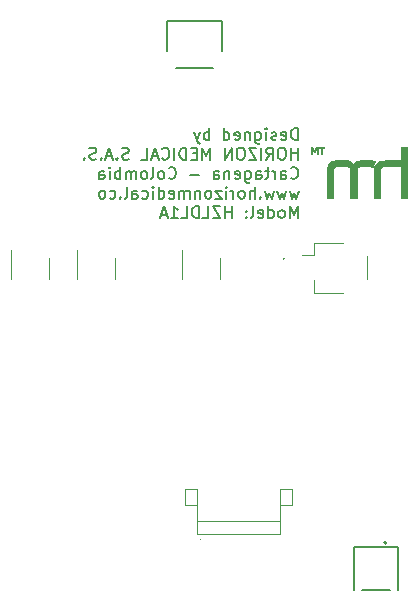
<source format=gbo>
G04 #@! TF.GenerationSoftware,KiCad,Pcbnew,(5.1.4-0-10_14)*
G04 #@! TF.CreationDate,2020-04-27T00:49:30-05:00*
G04 #@! TF.ProjectId,Lifedatalink_v1_revA,4c696665-6461-4746-916c-696e6b5f7631,rev?*
G04 #@! TF.SameCoordinates,Original*
G04 #@! TF.FileFunction,Legend,Bot*
G04 #@! TF.FilePolarity,Positive*
%FSLAX46Y46*%
G04 Gerber Fmt 4.6, Leading zero omitted, Abs format (unit mm)*
G04 Created by KiCad (PCBNEW (5.1.4-0-10_14)) date 2020-04-27 00:49:30*
%MOMM*%
%LPD*%
G04 APERTURE LIST*
%ADD10C,0.150000*%
%ADD11C,0.200000*%
%ADD12C,0.120000*%
%ADD13C,0.010000*%
%ADD14C,0.100000*%
%ADD15C,0.127000*%
G04 APERTURE END LIST*
D10*
X92958604Y-83461580D02*
X92958604Y-82461580D01*
X92720509Y-82461580D01*
X92577652Y-82509200D01*
X92482414Y-82604438D01*
X92434795Y-82699676D01*
X92387176Y-82890152D01*
X92387176Y-83033009D01*
X92434795Y-83223485D01*
X92482414Y-83318723D01*
X92577652Y-83413961D01*
X92720509Y-83461580D01*
X92958604Y-83461580D01*
X91577652Y-83413961D02*
X91672890Y-83461580D01*
X91863366Y-83461580D01*
X91958604Y-83413961D01*
X92006223Y-83318723D01*
X92006223Y-82937771D01*
X91958604Y-82842533D01*
X91863366Y-82794914D01*
X91672890Y-82794914D01*
X91577652Y-82842533D01*
X91530033Y-82937771D01*
X91530033Y-83033009D01*
X92006223Y-83128247D01*
X91149080Y-83413961D02*
X91053842Y-83461580D01*
X90863366Y-83461580D01*
X90768128Y-83413961D01*
X90720509Y-83318723D01*
X90720509Y-83271104D01*
X90768128Y-83175866D01*
X90863366Y-83128247D01*
X91006223Y-83128247D01*
X91101461Y-83080628D01*
X91149080Y-82985390D01*
X91149080Y-82937771D01*
X91101461Y-82842533D01*
X91006223Y-82794914D01*
X90863366Y-82794914D01*
X90768128Y-82842533D01*
X90291938Y-83461580D02*
X90291938Y-82794914D01*
X90291938Y-82461580D02*
X90339557Y-82509200D01*
X90291938Y-82556819D01*
X90244319Y-82509200D01*
X90291938Y-82461580D01*
X90291938Y-82556819D01*
X89387176Y-82794914D02*
X89387176Y-83604438D01*
X89434795Y-83699676D01*
X89482414Y-83747295D01*
X89577652Y-83794914D01*
X89720509Y-83794914D01*
X89815747Y-83747295D01*
X89387176Y-83413961D02*
X89482414Y-83461580D01*
X89672890Y-83461580D01*
X89768128Y-83413961D01*
X89815747Y-83366342D01*
X89863366Y-83271104D01*
X89863366Y-82985390D01*
X89815747Y-82890152D01*
X89768128Y-82842533D01*
X89672890Y-82794914D01*
X89482414Y-82794914D01*
X89387176Y-82842533D01*
X88910985Y-82794914D02*
X88910985Y-83461580D01*
X88910985Y-82890152D02*
X88863366Y-82842533D01*
X88768128Y-82794914D01*
X88625271Y-82794914D01*
X88530033Y-82842533D01*
X88482414Y-82937771D01*
X88482414Y-83461580D01*
X87625271Y-83413961D02*
X87720509Y-83461580D01*
X87910985Y-83461580D01*
X88006223Y-83413961D01*
X88053842Y-83318723D01*
X88053842Y-82937771D01*
X88006223Y-82842533D01*
X87910985Y-82794914D01*
X87720509Y-82794914D01*
X87625271Y-82842533D01*
X87577652Y-82937771D01*
X87577652Y-83033009D01*
X88053842Y-83128247D01*
X86720509Y-83461580D02*
X86720509Y-82461580D01*
X86720509Y-83413961D02*
X86815747Y-83461580D01*
X87006223Y-83461580D01*
X87101461Y-83413961D01*
X87149080Y-83366342D01*
X87196700Y-83271104D01*
X87196700Y-82985390D01*
X87149080Y-82890152D01*
X87101461Y-82842533D01*
X87006223Y-82794914D01*
X86815747Y-82794914D01*
X86720509Y-82842533D01*
X85482414Y-83461580D02*
X85482414Y-82461580D01*
X85482414Y-82842533D02*
X85387176Y-82794914D01*
X85196700Y-82794914D01*
X85101461Y-82842533D01*
X85053842Y-82890152D01*
X85006223Y-82985390D01*
X85006223Y-83271104D01*
X85053842Y-83366342D01*
X85101461Y-83413961D01*
X85196700Y-83461580D01*
X85387176Y-83461580D01*
X85482414Y-83413961D01*
X84672890Y-82794914D02*
X84434795Y-83461580D01*
X84196700Y-82794914D02*
X84434795Y-83461580D01*
X84530033Y-83699676D01*
X84577652Y-83747295D01*
X84672890Y-83794914D01*
X92958604Y-85111580D02*
X92958604Y-84111580D01*
X92958604Y-84587771D02*
X92387176Y-84587771D01*
X92387176Y-85111580D02*
X92387176Y-84111580D01*
X91720509Y-84111580D02*
X91530033Y-84111580D01*
X91434795Y-84159200D01*
X91339557Y-84254438D01*
X91291938Y-84444914D01*
X91291938Y-84778247D01*
X91339557Y-84968723D01*
X91434795Y-85063961D01*
X91530033Y-85111580D01*
X91720509Y-85111580D01*
X91815747Y-85063961D01*
X91910985Y-84968723D01*
X91958604Y-84778247D01*
X91958604Y-84444914D01*
X91910985Y-84254438D01*
X91815747Y-84159200D01*
X91720509Y-84111580D01*
X90291938Y-85111580D02*
X90625271Y-84635390D01*
X90863366Y-85111580D02*
X90863366Y-84111580D01*
X90482414Y-84111580D01*
X90387176Y-84159200D01*
X90339557Y-84206819D01*
X90291938Y-84302057D01*
X90291938Y-84444914D01*
X90339557Y-84540152D01*
X90387176Y-84587771D01*
X90482414Y-84635390D01*
X90863366Y-84635390D01*
X89863366Y-85111580D02*
X89863366Y-84111580D01*
X89482414Y-84111580D02*
X88815747Y-84111580D01*
X89482414Y-85111580D01*
X88815747Y-85111580D01*
X88244319Y-84111580D02*
X88053842Y-84111580D01*
X87958604Y-84159200D01*
X87863366Y-84254438D01*
X87815747Y-84444914D01*
X87815747Y-84778247D01*
X87863366Y-84968723D01*
X87958604Y-85063961D01*
X88053842Y-85111580D01*
X88244319Y-85111580D01*
X88339557Y-85063961D01*
X88434795Y-84968723D01*
X88482414Y-84778247D01*
X88482414Y-84444914D01*
X88434795Y-84254438D01*
X88339557Y-84159200D01*
X88244319Y-84111580D01*
X87387176Y-85111580D02*
X87387176Y-84111580D01*
X86815747Y-85111580D01*
X86815747Y-84111580D01*
X85577652Y-85111580D02*
X85577652Y-84111580D01*
X85244319Y-84825866D01*
X84910985Y-84111580D01*
X84910985Y-85111580D01*
X84434795Y-84587771D02*
X84101461Y-84587771D01*
X83958604Y-85111580D02*
X84434795Y-85111580D01*
X84434795Y-84111580D01*
X83958604Y-84111580D01*
X83530033Y-85111580D02*
X83530033Y-84111580D01*
X83291938Y-84111580D01*
X83149080Y-84159200D01*
X83053842Y-84254438D01*
X83006223Y-84349676D01*
X82958604Y-84540152D01*
X82958604Y-84683009D01*
X83006223Y-84873485D01*
X83053842Y-84968723D01*
X83149080Y-85063961D01*
X83291938Y-85111580D01*
X83530033Y-85111580D01*
X82530033Y-85111580D02*
X82530033Y-84111580D01*
X81482414Y-85016342D02*
X81530033Y-85063961D01*
X81672890Y-85111580D01*
X81768128Y-85111580D01*
X81910985Y-85063961D01*
X82006223Y-84968723D01*
X82053842Y-84873485D01*
X82101461Y-84683009D01*
X82101461Y-84540152D01*
X82053842Y-84349676D01*
X82006223Y-84254438D01*
X81910985Y-84159200D01*
X81768128Y-84111580D01*
X81672890Y-84111580D01*
X81530033Y-84159200D01*
X81482414Y-84206819D01*
X81101461Y-84825866D02*
X80625271Y-84825866D01*
X81196700Y-85111580D02*
X80863366Y-84111580D01*
X80530033Y-85111580D01*
X79720509Y-85111580D02*
X80196700Y-85111580D01*
X80196700Y-84111580D01*
X78672890Y-85063961D02*
X78530033Y-85111580D01*
X78291938Y-85111580D01*
X78196700Y-85063961D01*
X78149080Y-85016342D01*
X78101461Y-84921104D01*
X78101461Y-84825866D01*
X78149080Y-84730628D01*
X78196700Y-84683009D01*
X78291938Y-84635390D01*
X78482414Y-84587771D01*
X78577652Y-84540152D01*
X78625271Y-84492533D01*
X78672890Y-84397295D01*
X78672890Y-84302057D01*
X78625271Y-84206819D01*
X78577652Y-84159200D01*
X78482414Y-84111580D01*
X78244319Y-84111580D01*
X78101461Y-84159200D01*
X77672890Y-85016342D02*
X77625271Y-85063961D01*
X77672890Y-85111580D01*
X77720509Y-85063961D01*
X77672890Y-85016342D01*
X77672890Y-85111580D01*
X77244319Y-84825866D02*
X76768128Y-84825866D01*
X77339557Y-85111580D02*
X77006223Y-84111580D01*
X76672890Y-85111580D01*
X76339557Y-85016342D02*
X76291938Y-85063961D01*
X76339557Y-85111580D01*
X76387176Y-85063961D01*
X76339557Y-85016342D01*
X76339557Y-85111580D01*
X75910985Y-85063961D02*
X75768128Y-85111580D01*
X75530033Y-85111580D01*
X75434795Y-85063961D01*
X75387176Y-85016342D01*
X75339557Y-84921104D01*
X75339557Y-84825866D01*
X75387176Y-84730628D01*
X75434795Y-84683009D01*
X75530033Y-84635390D01*
X75720509Y-84587771D01*
X75815747Y-84540152D01*
X75863366Y-84492533D01*
X75910985Y-84397295D01*
X75910985Y-84302057D01*
X75863366Y-84206819D01*
X75815747Y-84159200D01*
X75720509Y-84111580D01*
X75482414Y-84111580D01*
X75339557Y-84159200D01*
X74910985Y-85016342D02*
X74863366Y-85063961D01*
X74910985Y-85111580D01*
X74958604Y-85063961D01*
X74910985Y-85016342D01*
X74910985Y-85111580D01*
X92387176Y-86666342D02*
X92434795Y-86713961D01*
X92577652Y-86761580D01*
X92672890Y-86761580D01*
X92815747Y-86713961D01*
X92910985Y-86618723D01*
X92958604Y-86523485D01*
X93006223Y-86333009D01*
X93006223Y-86190152D01*
X92958604Y-85999676D01*
X92910985Y-85904438D01*
X92815747Y-85809200D01*
X92672890Y-85761580D01*
X92577652Y-85761580D01*
X92434795Y-85809200D01*
X92387176Y-85856819D01*
X91530033Y-86761580D02*
X91530033Y-86237771D01*
X91577652Y-86142533D01*
X91672890Y-86094914D01*
X91863366Y-86094914D01*
X91958604Y-86142533D01*
X91530033Y-86713961D02*
X91625271Y-86761580D01*
X91863366Y-86761580D01*
X91958604Y-86713961D01*
X92006223Y-86618723D01*
X92006223Y-86523485D01*
X91958604Y-86428247D01*
X91863366Y-86380628D01*
X91625271Y-86380628D01*
X91530033Y-86333009D01*
X91053842Y-86761580D02*
X91053842Y-86094914D01*
X91053842Y-86285390D02*
X91006223Y-86190152D01*
X90958604Y-86142533D01*
X90863366Y-86094914D01*
X90768128Y-86094914D01*
X90577652Y-86094914D02*
X90196700Y-86094914D01*
X90434795Y-85761580D02*
X90434795Y-86618723D01*
X90387176Y-86713961D01*
X90291938Y-86761580D01*
X90196700Y-86761580D01*
X89434795Y-86761580D02*
X89434795Y-86237771D01*
X89482414Y-86142533D01*
X89577652Y-86094914D01*
X89768128Y-86094914D01*
X89863366Y-86142533D01*
X89434795Y-86713961D02*
X89530033Y-86761580D01*
X89768128Y-86761580D01*
X89863366Y-86713961D01*
X89910985Y-86618723D01*
X89910985Y-86523485D01*
X89863366Y-86428247D01*
X89768128Y-86380628D01*
X89530033Y-86380628D01*
X89434795Y-86333009D01*
X88530033Y-86094914D02*
X88530033Y-86904438D01*
X88577652Y-86999676D01*
X88625271Y-87047295D01*
X88720509Y-87094914D01*
X88863366Y-87094914D01*
X88958604Y-87047295D01*
X88530033Y-86713961D02*
X88625271Y-86761580D01*
X88815747Y-86761580D01*
X88910985Y-86713961D01*
X88958604Y-86666342D01*
X89006223Y-86571104D01*
X89006223Y-86285390D01*
X88958604Y-86190152D01*
X88910985Y-86142533D01*
X88815747Y-86094914D01*
X88625271Y-86094914D01*
X88530033Y-86142533D01*
X87672890Y-86713961D02*
X87768128Y-86761580D01*
X87958604Y-86761580D01*
X88053842Y-86713961D01*
X88101461Y-86618723D01*
X88101461Y-86237771D01*
X88053842Y-86142533D01*
X87958604Y-86094914D01*
X87768128Y-86094914D01*
X87672890Y-86142533D01*
X87625271Y-86237771D01*
X87625271Y-86333009D01*
X88101461Y-86428247D01*
X87196700Y-86094914D02*
X87196700Y-86761580D01*
X87196700Y-86190152D02*
X87149080Y-86142533D01*
X87053842Y-86094914D01*
X86910985Y-86094914D01*
X86815747Y-86142533D01*
X86768128Y-86237771D01*
X86768128Y-86761580D01*
X85863366Y-86761580D02*
X85863366Y-86237771D01*
X85910985Y-86142533D01*
X86006223Y-86094914D01*
X86196700Y-86094914D01*
X86291938Y-86142533D01*
X85863366Y-86713961D02*
X85958604Y-86761580D01*
X86196700Y-86761580D01*
X86291938Y-86713961D01*
X86339557Y-86618723D01*
X86339557Y-86523485D01*
X86291938Y-86428247D01*
X86196700Y-86380628D01*
X85958604Y-86380628D01*
X85863366Y-86333009D01*
X84625271Y-86380628D02*
X83863366Y-86380628D01*
X82053842Y-86666342D02*
X82101461Y-86713961D01*
X82244319Y-86761580D01*
X82339557Y-86761580D01*
X82482414Y-86713961D01*
X82577652Y-86618723D01*
X82625271Y-86523485D01*
X82672890Y-86333009D01*
X82672890Y-86190152D01*
X82625271Y-85999676D01*
X82577652Y-85904438D01*
X82482414Y-85809200D01*
X82339557Y-85761580D01*
X82244319Y-85761580D01*
X82101461Y-85809200D01*
X82053842Y-85856819D01*
X81482414Y-86761580D02*
X81577652Y-86713961D01*
X81625271Y-86666342D01*
X81672890Y-86571104D01*
X81672890Y-86285390D01*
X81625271Y-86190152D01*
X81577652Y-86142533D01*
X81482414Y-86094914D01*
X81339557Y-86094914D01*
X81244319Y-86142533D01*
X81196700Y-86190152D01*
X81149080Y-86285390D01*
X81149080Y-86571104D01*
X81196700Y-86666342D01*
X81244319Y-86713961D01*
X81339557Y-86761580D01*
X81482414Y-86761580D01*
X80577652Y-86761580D02*
X80672890Y-86713961D01*
X80720509Y-86618723D01*
X80720509Y-85761580D01*
X80053842Y-86761580D02*
X80149080Y-86713961D01*
X80196700Y-86666342D01*
X80244319Y-86571104D01*
X80244319Y-86285390D01*
X80196700Y-86190152D01*
X80149080Y-86142533D01*
X80053842Y-86094914D01*
X79910985Y-86094914D01*
X79815747Y-86142533D01*
X79768128Y-86190152D01*
X79720509Y-86285390D01*
X79720509Y-86571104D01*
X79768128Y-86666342D01*
X79815747Y-86713961D01*
X79910985Y-86761580D01*
X80053842Y-86761580D01*
X79291938Y-86761580D02*
X79291938Y-86094914D01*
X79291938Y-86190152D02*
X79244319Y-86142533D01*
X79149080Y-86094914D01*
X79006223Y-86094914D01*
X78910985Y-86142533D01*
X78863366Y-86237771D01*
X78863366Y-86761580D01*
X78863366Y-86237771D02*
X78815747Y-86142533D01*
X78720509Y-86094914D01*
X78577652Y-86094914D01*
X78482414Y-86142533D01*
X78434795Y-86237771D01*
X78434795Y-86761580D01*
X77958604Y-86761580D02*
X77958604Y-85761580D01*
X77958604Y-86142533D02*
X77863366Y-86094914D01*
X77672890Y-86094914D01*
X77577652Y-86142533D01*
X77530033Y-86190152D01*
X77482414Y-86285390D01*
X77482414Y-86571104D01*
X77530033Y-86666342D01*
X77577652Y-86713961D01*
X77672890Y-86761580D01*
X77863366Y-86761580D01*
X77958604Y-86713961D01*
X77053842Y-86761580D02*
X77053842Y-86094914D01*
X77053842Y-85761580D02*
X77101461Y-85809200D01*
X77053842Y-85856819D01*
X77006223Y-85809200D01*
X77053842Y-85761580D01*
X77053842Y-85856819D01*
X76149080Y-86761580D02*
X76149080Y-86237771D01*
X76196700Y-86142533D01*
X76291938Y-86094914D01*
X76482414Y-86094914D01*
X76577652Y-86142533D01*
X76149080Y-86713961D02*
X76244319Y-86761580D01*
X76482414Y-86761580D01*
X76577652Y-86713961D01*
X76625271Y-86618723D01*
X76625271Y-86523485D01*
X76577652Y-86428247D01*
X76482414Y-86380628D01*
X76244319Y-86380628D01*
X76149080Y-86333009D01*
X93053842Y-87744914D02*
X92863366Y-88411580D01*
X92672890Y-87935390D01*
X92482414Y-88411580D01*
X92291938Y-87744914D01*
X92006223Y-87744914D02*
X91815747Y-88411580D01*
X91625271Y-87935390D01*
X91434795Y-88411580D01*
X91244319Y-87744914D01*
X90958604Y-87744914D02*
X90768128Y-88411580D01*
X90577652Y-87935390D01*
X90387176Y-88411580D01*
X90196700Y-87744914D01*
X89815747Y-88316342D02*
X89768128Y-88363961D01*
X89815747Y-88411580D01*
X89863366Y-88363961D01*
X89815747Y-88316342D01*
X89815747Y-88411580D01*
X89339557Y-88411580D02*
X89339557Y-87411580D01*
X88910985Y-88411580D02*
X88910985Y-87887771D01*
X88958604Y-87792533D01*
X89053842Y-87744914D01*
X89196700Y-87744914D01*
X89291938Y-87792533D01*
X89339557Y-87840152D01*
X88291938Y-88411580D02*
X88387176Y-88363961D01*
X88434795Y-88316342D01*
X88482414Y-88221104D01*
X88482414Y-87935390D01*
X88434795Y-87840152D01*
X88387176Y-87792533D01*
X88291938Y-87744914D01*
X88149080Y-87744914D01*
X88053842Y-87792533D01*
X88006223Y-87840152D01*
X87958604Y-87935390D01*
X87958604Y-88221104D01*
X88006223Y-88316342D01*
X88053842Y-88363961D01*
X88149080Y-88411580D01*
X88291938Y-88411580D01*
X87530033Y-88411580D02*
X87530033Y-87744914D01*
X87530033Y-87935390D02*
X87482414Y-87840152D01*
X87434795Y-87792533D01*
X87339557Y-87744914D01*
X87244319Y-87744914D01*
X86910985Y-88411580D02*
X86910985Y-87744914D01*
X86910985Y-87411580D02*
X86958604Y-87459200D01*
X86910985Y-87506819D01*
X86863366Y-87459200D01*
X86910985Y-87411580D01*
X86910985Y-87506819D01*
X86530033Y-87744914D02*
X86006223Y-87744914D01*
X86530033Y-88411580D01*
X86006223Y-88411580D01*
X85482414Y-88411580D02*
X85577652Y-88363961D01*
X85625271Y-88316342D01*
X85672890Y-88221104D01*
X85672890Y-87935390D01*
X85625271Y-87840152D01*
X85577652Y-87792533D01*
X85482414Y-87744914D01*
X85339557Y-87744914D01*
X85244319Y-87792533D01*
X85196700Y-87840152D01*
X85149080Y-87935390D01*
X85149080Y-88221104D01*
X85196700Y-88316342D01*
X85244319Y-88363961D01*
X85339557Y-88411580D01*
X85482414Y-88411580D01*
X84720509Y-87744914D02*
X84720509Y-88411580D01*
X84720509Y-87840152D02*
X84672890Y-87792533D01*
X84577652Y-87744914D01*
X84434795Y-87744914D01*
X84339557Y-87792533D01*
X84291938Y-87887771D01*
X84291938Y-88411580D01*
X83815747Y-88411580D02*
X83815747Y-87744914D01*
X83815747Y-87840152D02*
X83768128Y-87792533D01*
X83672890Y-87744914D01*
X83530033Y-87744914D01*
X83434795Y-87792533D01*
X83387176Y-87887771D01*
X83387176Y-88411580D01*
X83387176Y-87887771D02*
X83339557Y-87792533D01*
X83244319Y-87744914D01*
X83101461Y-87744914D01*
X83006223Y-87792533D01*
X82958604Y-87887771D01*
X82958604Y-88411580D01*
X82101461Y-88363961D02*
X82196700Y-88411580D01*
X82387176Y-88411580D01*
X82482414Y-88363961D01*
X82530033Y-88268723D01*
X82530033Y-87887771D01*
X82482414Y-87792533D01*
X82387176Y-87744914D01*
X82196700Y-87744914D01*
X82101461Y-87792533D01*
X82053842Y-87887771D01*
X82053842Y-87983009D01*
X82530033Y-88078247D01*
X81196700Y-88411580D02*
X81196700Y-87411580D01*
X81196700Y-88363961D02*
X81291938Y-88411580D01*
X81482414Y-88411580D01*
X81577652Y-88363961D01*
X81625271Y-88316342D01*
X81672890Y-88221104D01*
X81672890Y-87935390D01*
X81625271Y-87840152D01*
X81577652Y-87792533D01*
X81482414Y-87744914D01*
X81291938Y-87744914D01*
X81196700Y-87792533D01*
X80720509Y-88411580D02*
X80720509Y-87744914D01*
X80720509Y-87411580D02*
X80768128Y-87459200D01*
X80720509Y-87506819D01*
X80672890Y-87459200D01*
X80720509Y-87411580D01*
X80720509Y-87506819D01*
X79815747Y-88363961D02*
X79910985Y-88411580D01*
X80101461Y-88411580D01*
X80196700Y-88363961D01*
X80244319Y-88316342D01*
X80291938Y-88221104D01*
X80291938Y-87935390D01*
X80244319Y-87840152D01*
X80196700Y-87792533D01*
X80101461Y-87744914D01*
X79910985Y-87744914D01*
X79815747Y-87792533D01*
X78958604Y-88411580D02*
X78958604Y-87887771D01*
X79006223Y-87792533D01*
X79101461Y-87744914D01*
X79291938Y-87744914D01*
X79387176Y-87792533D01*
X78958604Y-88363961D02*
X79053842Y-88411580D01*
X79291938Y-88411580D01*
X79387176Y-88363961D01*
X79434795Y-88268723D01*
X79434795Y-88173485D01*
X79387176Y-88078247D01*
X79291938Y-88030628D01*
X79053842Y-88030628D01*
X78958604Y-87983009D01*
X78339557Y-88411580D02*
X78434795Y-88363961D01*
X78482414Y-88268723D01*
X78482414Y-87411580D01*
X77958604Y-88316342D02*
X77910985Y-88363961D01*
X77958604Y-88411580D01*
X78006223Y-88363961D01*
X77958604Y-88316342D01*
X77958604Y-88411580D01*
X77053842Y-88363961D02*
X77149080Y-88411580D01*
X77339557Y-88411580D01*
X77434795Y-88363961D01*
X77482414Y-88316342D01*
X77530033Y-88221104D01*
X77530033Y-87935390D01*
X77482414Y-87840152D01*
X77434795Y-87792533D01*
X77339557Y-87744914D01*
X77149080Y-87744914D01*
X77053842Y-87792533D01*
X76482414Y-88411580D02*
X76577652Y-88363961D01*
X76625271Y-88316342D01*
X76672890Y-88221104D01*
X76672890Y-87935390D01*
X76625271Y-87840152D01*
X76577652Y-87792533D01*
X76482414Y-87744914D01*
X76339557Y-87744914D01*
X76244319Y-87792533D01*
X76196700Y-87840152D01*
X76149080Y-87935390D01*
X76149080Y-88221104D01*
X76196700Y-88316342D01*
X76244319Y-88363961D01*
X76339557Y-88411580D01*
X76482414Y-88411580D01*
X92958604Y-90061580D02*
X92958604Y-89061580D01*
X92625271Y-89775866D01*
X92291938Y-89061580D01*
X92291938Y-90061580D01*
X91672890Y-90061580D02*
X91768128Y-90013961D01*
X91815747Y-89966342D01*
X91863366Y-89871104D01*
X91863366Y-89585390D01*
X91815747Y-89490152D01*
X91768128Y-89442533D01*
X91672890Y-89394914D01*
X91530033Y-89394914D01*
X91434795Y-89442533D01*
X91387176Y-89490152D01*
X91339557Y-89585390D01*
X91339557Y-89871104D01*
X91387176Y-89966342D01*
X91434795Y-90013961D01*
X91530033Y-90061580D01*
X91672890Y-90061580D01*
X90482414Y-90061580D02*
X90482414Y-89061580D01*
X90482414Y-90013961D02*
X90577652Y-90061580D01*
X90768128Y-90061580D01*
X90863366Y-90013961D01*
X90910985Y-89966342D01*
X90958604Y-89871104D01*
X90958604Y-89585390D01*
X90910985Y-89490152D01*
X90863366Y-89442533D01*
X90768128Y-89394914D01*
X90577652Y-89394914D01*
X90482414Y-89442533D01*
X89625271Y-90013961D02*
X89720509Y-90061580D01*
X89910985Y-90061580D01*
X90006223Y-90013961D01*
X90053842Y-89918723D01*
X90053842Y-89537771D01*
X90006223Y-89442533D01*
X89910985Y-89394914D01*
X89720509Y-89394914D01*
X89625271Y-89442533D01*
X89577652Y-89537771D01*
X89577652Y-89633009D01*
X90053842Y-89728247D01*
X89006223Y-90061580D02*
X89101461Y-90013961D01*
X89149080Y-89918723D01*
X89149080Y-89061580D01*
X88625271Y-89966342D02*
X88577652Y-90013961D01*
X88625271Y-90061580D01*
X88672890Y-90013961D01*
X88625271Y-89966342D01*
X88625271Y-90061580D01*
X88625271Y-89442533D02*
X88577652Y-89490152D01*
X88625271Y-89537771D01*
X88672890Y-89490152D01*
X88625271Y-89442533D01*
X88625271Y-89537771D01*
X87387176Y-90061580D02*
X87387176Y-89061580D01*
X87387176Y-89537771D02*
X86815747Y-89537771D01*
X86815747Y-90061580D02*
X86815747Y-89061580D01*
X86434795Y-89061580D02*
X85768128Y-89061580D01*
X86434795Y-90061580D01*
X85768128Y-90061580D01*
X84910985Y-90061580D02*
X85387176Y-90061580D01*
X85387176Y-89061580D01*
X84577652Y-90061580D02*
X84577652Y-89061580D01*
X84339557Y-89061580D01*
X84196700Y-89109200D01*
X84101461Y-89204438D01*
X84053842Y-89299676D01*
X84006223Y-89490152D01*
X84006223Y-89633009D01*
X84053842Y-89823485D01*
X84101461Y-89918723D01*
X84196700Y-90013961D01*
X84339557Y-90061580D01*
X84577652Y-90061580D01*
X83101461Y-90061580D02*
X83577652Y-90061580D01*
X83577652Y-89061580D01*
X82244319Y-90061580D02*
X82815747Y-90061580D01*
X82530033Y-90061580D02*
X82530033Y-89061580D01*
X82625271Y-89204438D01*
X82720509Y-89299676D01*
X82815747Y-89347295D01*
X81863366Y-89775866D02*
X81387176Y-89775866D01*
X81958604Y-90061580D02*
X81625271Y-89061580D01*
X81291938Y-90061580D01*
D11*
X91798000Y-93508600D02*
G75*
G03X91798000Y-93508600I-50000J0D01*
G01*
D12*
X74259800Y-95210200D02*
X74259800Y-92760200D01*
X77479800Y-93410200D02*
X77479800Y-95210200D01*
X98813360Y-93320260D02*
X98813360Y-95200260D01*
X94343360Y-96370260D02*
X94343360Y-95320260D01*
X96843360Y-96370260D02*
X94343360Y-96370260D01*
X94343360Y-93200260D02*
X93353360Y-93200260D01*
X94343360Y-92150260D02*
X94343360Y-93200260D01*
X96843360Y-92150260D02*
X94343360Y-92150260D01*
D13*
G36*
X101733516Y-85185358D02*
G01*
X101041700Y-85185569D01*
X100902142Y-85185863D01*
X100765835Y-85186626D01*
X100636066Y-85187806D01*
X100516120Y-85189354D01*
X100409283Y-85191218D01*
X100318838Y-85193349D01*
X100248073Y-85195695D01*
X100200272Y-85198207D01*
X100195338Y-85198591D01*
X100032622Y-85220720D01*
X99890777Y-85258908D01*
X99768689Y-85314004D01*
X99665241Y-85386857D01*
X99579316Y-85478317D01*
X99509797Y-85589232D01*
X99455569Y-85720453D01*
X99439367Y-85773568D01*
X99435249Y-85789637D01*
X99431607Y-85807788D01*
X99428404Y-85829718D01*
X99425605Y-85857125D01*
X99423173Y-85891707D01*
X99421072Y-85935161D01*
X99419266Y-85989184D01*
X99417719Y-86055474D01*
X99416395Y-86135729D01*
X99415258Y-86231646D01*
X99414271Y-86344923D01*
X99413398Y-86477257D01*
X99412604Y-86630345D01*
X99411852Y-86805885D01*
X99411106Y-87005576D01*
X99410706Y-87120437D01*
X99406383Y-88380411D01*
X99928779Y-88380411D01*
X99928779Y-87206445D01*
X99928946Y-86963524D01*
X99929449Y-86747141D01*
X99930289Y-86557096D01*
X99931470Y-86393192D01*
X99932993Y-86255231D01*
X99934860Y-86143015D01*
X99937075Y-86056346D01*
X99939639Y-85995026D01*
X99942554Y-85958857D01*
X99943365Y-85953579D01*
X99965695Y-85866693D01*
X99998417Y-85800956D01*
X100045047Y-85751682D01*
X100109102Y-85714182D01*
X100129306Y-85705679D01*
X100144364Y-85701592D01*
X100168672Y-85698053D01*
X100204137Y-85695008D01*
X100252668Y-85692406D01*
X100316174Y-85690193D01*
X100396563Y-85688318D01*
X100495744Y-85686728D01*
X100615625Y-85685370D01*
X100758114Y-85684192D01*
X100925120Y-85683142D01*
X100954806Y-85682979D01*
X101733516Y-85678784D01*
X101733516Y-88380411D01*
X102254885Y-88380411D01*
X102254885Y-84062411D01*
X101733516Y-84062411D01*
X101733516Y-85185358D01*
X101733516Y-85185358D01*
G37*
X101733516Y-85185358D02*
X101041700Y-85185569D01*
X100902142Y-85185863D01*
X100765835Y-85186626D01*
X100636066Y-85187806D01*
X100516120Y-85189354D01*
X100409283Y-85191218D01*
X100318838Y-85193349D01*
X100248073Y-85195695D01*
X100200272Y-85198207D01*
X100195338Y-85198591D01*
X100032622Y-85220720D01*
X99890777Y-85258908D01*
X99768689Y-85314004D01*
X99665241Y-85386857D01*
X99579316Y-85478317D01*
X99509797Y-85589232D01*
X99455569Y-85720453D01*
X99439367Y-85773568D01*
X99435249Y-85789637D01*
X99431607Y-85807788D01*
X99428404Y-85829718D01*
X99425605Y-85857125D01*
X99423173Y-85891707D01*
X99421072Y-85935161D01*
X99419266Y-85989184D01*
X99417719Y-86055474D01*
X99416395Y-86135729D01*
X99415258Y-86231646D01*
X99414271Y-86344923D01*
X99413398Y-86477257D01*
X99412604Y-86630345D01*
X99411852Y-86805885D01*
X99411106Y-87005576D01*
X99410706Y-87120437D01*
X99406383Y-88380411D01*
X99928779Y-88380411D01*
X99928779Y-87206445D01*
X99928946Y-86963524D01*
X99929449Y-86747141D01*
X99930289Y-86557096D01*
X99931470Y-86393192D01*
X99932993Y-86255231D01*
X99934860Y-86143015D01*
X99937075Y-86056346D01*
X99939639Y-85995026D01*
X99942554Y-85958857D01*
X99943365Y-85953579D01*
X99965695Y-85866693D01*
X99998417Y-85800956D01*
X100045047Y-85751682D01*
X100109102Y-85714182D01*
X100129306Y-85705679D01*
X100144364Y-85701592D01*
X100168672Y-85698053D01*
X100204137Y-85695008D01*
X100252668Y-85692406D01*
X100316174Y-85690193D01*
X100396563Y-85688318D01*
X100495744Y-85686728D01*
X100615625Y-85685370D01*
X100758114Y-85684192D01*
X100925120Y-85683142D01*
X100954806Y-85682979D01*
X101733516Y-85678784D01*
X101733516Y-88380411D01*
X102254885Y-88380411D01*
X102254885Y-84062411D01*
X101733516Y-84062411D01*
X101733516Y-85185358D01*
G36*
X98585070Y-85159713D02*
G01*
X98482749Y-85160961D01*
X98391065Y-85163201D01*
X98315025Y-85166439D01*
X98259637Y-85170681D01*
X98251043Y-85171707D01*
X98137982Y-85192831D01*
X98033782Y-85224454D01*
X97945759Y-85264175D01*
X97917743Y-85281111D01*
X97865971Y-85323708D01*
X97813548Y-85380670D01*
X97766901Y-85443732D01*
X97732451Y-85504630D01*
X97721036Y-85534188D01*
X97704958Y-85569754D01*
X97686400Y-85585459D01*
X97669598Y-85579241D01*
X97661784Y-85563016D01*
X97652352Y-85538786D01*
X97635040Y-85500169D01*
X97618756Y-85466121D01*
X97570343Y-85386714D01*
X97508635Y-85321483D01*
X97430065Y-85267808D01*
X97331071Y-85223069D01*
X97252938Y-85197200D01*
X97221170Y-85188472D01*
X97189085Y-85181542D01*
X97152908Y-85176131D01*
X97108861Y-85171958D01*
X97053169Y-85168743D01*
X96982054Y-85166206D01*
X96891740Y-85164067D01*
X96778985Y-85162055D01*
X96609490Y-85160288D01*
X96463569Y-85161181D01*
X96338154Y-85165102D01*
X96230181Y-85172419D01*
X96136583Y-85183503D01*
X96054294Y-85198720D01*
X95980248Y-85218440D01*
X95911381Y-85243032D01*
X95844625Y-85272863D01*
X95840479Y-85274898D01*
X95733602Y-85339961D01*
X95643996Y-85422019D01*
X95570273Y-85522893D01*
X95511045Y-85644401D01*
X95473747Y-85755629D01*
X95468768Y-85773570D01*
X95464376Y-85791129D01*
X95460527Y-85810029D01*
X95457179Y-85831993D01*
X95454289Y-85858744D01*
X95451815Y-85892006D01*
X95449715Y-85933501D01*
X95447946Y-85984953D01*
X95446466Y-86048085D01*
X95445231Y-86124621D01*
X95444201Y-86216284D01*
X95443331Y-86324796D01*
X95442580Y-86451882D01*
X95441905Y-86599264D01*
X95441264Y-86768666D01*
X95440615Y-86961810D01*
X95440105Y-87120437D01*
X95436083Y-88380411D01*
X95943921Y-88380411D01*
X95948103Y-87173911D01*
X95948836Y-86959375D01*
X95949531Y-86769894D01*
X95950300Y-86603788D01*
X95951252Y-86459375D01*
X95952498Y-86334974D01*
X95954149Y-86228904D01*
X95956316Y-86139484D01*
X95959108Y-86065033D01*
X95962637Y-86003870D01*
X95967014Y-85954314D01*
X95972348Y-85914683D01*
X95978751Y-85883297D01*
X95986333Y-85858475D01*
X95995205Y-85838535D01*
X96005478Y-85821797D01*
X96017261Y-85806579D01*
X96030666Y-85791200D01*
X96039766Y-85780932D01*
X96060776Y-85758128D01*
X96081824Y-85739328D01*
X96105612Y-85724146D01*
X96134841Y-85712197D01*
X96172214Y-85703094D01*
X96220433Y-85696454D01*
X96282201Y-85691889D01*
X96360220Y-85689014D01*
X96457191Y-85687444D01*
X96575818Y-85686793D01*
X96700306Y-85686674D01*
X96828453Y-85686716D01*
X96932693Y-85686945D01*
X97015854Y-85687511D01*
X97080764Y-85688566D01*
X97130252Y-85690263D01*
X97167149Y-85692753D01*
X97194281Y-85696188D01*
X97214478Y-85700720D01*
X97230569Y-85706499D01*
X97245383Y-85713679D01*
X97250071Y-85716166D01*
X97319823Y-85766965D01*
X97371168Y-85832989D01*
X97391160Y-85877589D01*
X97394214Y-85892791D01*
X97396959Y-85920222D01*
X97399416Y-85961201D01*
X97401609Y-86017050D01*
X97403557Y-86089090D01*
X97405284Y-86178642D01*
X97406811Y-86287026D01*
X97408159Y-86415563D01*
X97409351Y-86565575D01*
X97410408Y-86738383D01*
X97411351Y-86935306D01*
X97412191Y-87153858D01*
X97416445Y-88380411D01*
X97975470Y-88380411D01*
X97980353Y-87147174D01*
X97981346Y-86920738D01*
X97982439Y-86719876D01*
X97983652Y-86543427D01*
X97985003Y-86390229D01*
X97986511Y-86259118D01*
X97988197Y-86148934D01*
X97990077Y-86058513D01*
X97992173Y-85986694D01*
X97994503Y-85932315D01*
X97997085Y-85894214D01*
X97999939Y-85871227D01*
X98001367Y-85865352D01*
X98037125Y-85793736D01*
X98092554Y-85738763D01*
X98128648Y-85716380D01*
X98144262Y-85708480D01*
X98160456Y-85702090D01*
X98180159Y-85697021D01*
X98206305Y-85693087D01*
X98241822Y-85690099D01*
X98289643Y-85687871D01*
X98352698Y-85686215D01*
X98433919Y-85684942D01*
X98536237Y-85683866D01*
X98652095Y-85682884D01*
X98778704Y-85681934D01*
X98881978Y-85681502D01*
X98965319Y-85681821D01*
X99032127Y-85683127D01*
X99085803Y-85685655D01*
X99129748Y-85689641D01*
X99167363Y-85695321D01*
X99202048Y-85702928D01*
X99237205Y-85712699D01*
X99276235Y-85724869D01*
X99281010Y-85726396D01*
X99298015Y-85728295D01*
X99309804Y-85716925D01*
X99320533Y-85686858D01*
X99325480Y-85668295D01*
X99353466Y-85585049D01*
X99394039Y-85497421D01*
X99441739Y-85415958D01*
X99487697Y-85354987D01*
X99516891Y-85318480D01*
X99532530Y-85291113D01*
X99532925Y-85278914D01*
X99507267Y-85263719D01*
X99461120Y-85245810D01*
X99400378Y-85226788D01*
X99330938Y-85208254D01*
X99258697Y-85191810D01*
X99189550Y-85179057D01*
X99141968Y-85172743D01*
X99080977Y-85168159D01*
X99000580Y-85164531D01*
X98905783Y-85161867D01*
X98801595Y-85160173D01*
X98693021Y-85159453D01*
X98585070Y-85159713D01*
X98585070Y-85159713D01*
G37*
X98585070Y-85159713D02*
X98482749Y-85160961D01*
X98391065Y-85163201D01*
X98315025Y-85166439D01*
X98259637Y-85170681D01*
X98251043Y-85171707D01*
X98137982Y-85192831D01*
X98033782Y-85224454D01*
X97945759Y-85264175D01*
X97917743Y-85281111D01*
X97865971Y-85323708D01*
X97813548Y-85380670D01*
X97766901Y-85443732D01*
X97732451Y-85504630D01*
X97721036Y-85534188D01*
X97704958Y-85569754D01*
X97686400Y-85585459D01*
X97669598Y-85579241D01*
X97661784Y-85563016D01*
X97652352Y-85538786D01*
X97635040Y-85500169D01*
X97618756Y-85466121D01*
X97570343Y-85386714D01*
X97508635Y-85321483D01*
X97430065Y-85267808D01*
X97331071Y-85223069D01*
X97252938Y-85197200D01*
X97221170Y-85188472D01*
X97189085Y-85181542D01*
X97152908Y-85176131D01*
X97108861Y-85171958D01*
X97053169Y-85168743D01*
X96982054Y-85166206D01*
X96891740Y-85164067D01*
X96778985Y-85162055D01*
X96609490Y-85160288D01*
X96463569Y-85161181D01*
X96338154Y-85165102D01*
X96230181Y-85172419D01*
X96136583Y-85183503D01*
X96054294Y-85198720D01*
X95980248Y-85218440D01*
X95911381Y-85243032D01*
X95844625Y-85272863D01*
X95840479Y-85274898D01*
X95733602Y-85339961D01*
X95643996Y-85422019D01*
X95570273Y-85522893D01*
X95511045Y-85644401D01*
X95473747Y-85755629D01*
X95468768Y-85773570D01*
X95464376Y-85791129D01*
X95460527Y-85810029D01*
X95457179Y-85831993D01*
X95454289Y-85858744D01*
X95451815Y-85892006D01*
X95449715Y-85933501D01*
X95447946Y-85984953D01*
X95446466Y-86048085D01*
X95445231Y-86124621D01*
X95444201Y-86216284D01*
X95443331Y-86324796D01*
X95442580Y-86451882D01*
X95441905Y-86599264D01*
X95441264Y-86768666D01*
X95440615Y-86961810D01*
X95440105Y-87120437D01*
X95436083Y-88380411D01*
X95943921Y-88380411D01*
X95948103Y-87173911D01*
X95948836Y-86959375D01*
X95949531Y-86769894D01*
X95950300Y-86603788D01*
X95951252Y-86459375D01*
X95952498Y-86334974D01*
X95954149Y-86228904D01*
X95956316Y-86139484D01*
X95959108Y-86065033D01*
X95962637Y-86003870D01*
X95967014Y-85954314D01*
X95972348Y-85914683D01*
X95978751Y-85883297D01*
X95986333Y-85858475D01*
X95995205Y-85838535D01*
X96005478Y-85821797D01*
X96017261Y-85806579D01*
X96030666Y-85791200D01*
X96039766Y-85780932D01*
X96060776Y-85758128D01*
X96081824Y-85739328D01*
X96105612Y-85724146D01*
X96134841Y-85712197D01*
X96172214Y-85703094D01*
X96220433Y-85696454D01*
X96282201Y-85691889D01*
X96360220Y-85689014D01*
X96457191Y-85687444D01*
X96575818Y-85686793D01*
X96700306Y-85686674D01*
X96828453Y-85686716D01*
X96932693Y-85686945D01*
X97015854Y-85687511D01*
X97080764Y-85688566D01*
X97130252Y-85690263D01*
X97167149Y-85692753D01*
X97194281Y-85696188D01*
X97214478Y-85700720D01*
X97230569Y-85706499D01*
X97245383Y-85713679D01*
X97250071Y-85716166D01*
X97319823Y-85766965D01*
X97371168Y-85832989D01*
X97391160Y-85877589D01*
X97394214Y-85892791D01*
X97396959Y-85920222D01*
X97399416Y-85961201D01*
X97401609Y-86017050D01*
X97403557Y-86089090D01*
X97405284Y-86178642D01*
X97406811Y-86287026D01*
X97408159Y-86415563D01*
X97409351Y-86565575D01*
X97410408Y-86738383D01*
X97411351Y-86935306D01*
X97412191Y-87153858D01*
X97416445Y-88380411D01*
X97975470Y-88380411D01*
X97980353Y-87147174D01*
X97981346Y-86920738D01*
X97982439Y-86719876D01*
X97983652Y-86543427D01*
X97985003Y-86390229D01*
X97986511Y-86259118D01*
X97988197Y-86148934D01*
X97990077Y-86058513D01*
X97992173Y-85986694D01*
X97994503Y-85932315D01*
X97997085Y-85894214D01*
X97999939Y-85871227D01*
X98001367Y-85865352D01*
X98037125Y-85793736D01*
X98092554Y-85738763D01*
X98128648Y-85716380D01*
X98144262Y-85708480D01*
X98160456Y-85702090D01*
X98180159Y-85697021D01*
X98206305Y-85693087D01*
X98241822Y-85690099D01*
X98289643Y-85687871D01*
X98352698Y-85686215D01*
X98433919Y-85684942D01*
X98536237Y-85683866D01*
X98652095Y-85682884D01*
X98778704Y-85681934D01*
X98881978Y-85681502D01*
X98965319Y-85681821D01*
X99032127Y-85683127D01*
X99085803Y-85685655D01*
X99129748Y-85689641D01*
X99167363Y-85695321D01*
X99202048Y-85702928D01*
X99237205Y-85712699D01*
X99276235Y-85724869D01*
X99281010Y-85726396D01*
X99298015Y-85728295D01*
X99309804Y-85716925D01*
X99320533Y-85686858D01*
X99325480Y-85668295D01*
X99353466Y-85585049D01*
X99394039Y-85497421D01*
X99441739Y-85415958D01*
X99487697Y-85354987D01*
X99516891Y-85318480D01*
X99532530Y-85291113D01*
X99532925Y-85278914D01*
X99507267Y-85263719D01*
X99461120Y-85245810D01*
X99400378Y-85226788D01*
X99330938Y-85208254D01*
X99258697Y-85191810D01*
X99189550Y-85179057D01*
X99141968Y-85172743D01*
X99080977Y-85168159D01*
X99000580Y-85164531D01*
X98905783Y-85161867D01*
X98801595Y-85160173D01*
X98693021Y-85159453D01*
X98585070Y-85159713D01*
G36*
X94965753Y-84065437D02*
G01*
X94882306Y-84066864D01*
X94821807Y-84068455D01*
X94780472Y-84070754D01*
X94754515Y-84074306D01*
X94740150Y-84079653D01*
X94733593Y-84087340D01*
X94731058Y-84097910D01*
X94730876Y-84099174D01*
X94730200Y-84114434D01*
X94737127Y-84123406D01*
X94757008Y-84127754D01*
X94795195Y-84129145D01*
X94827514Y-84129253D01*
X94928425Y-84129253D01*
X94932049Y-84393279D01*
X94933362Y-84483405D01*
X94934770Y-84550326D01*
X94936718Y-84597572D01*
X94939647Y-84628671D01*
X94944003Y-84647155D01*
X94950227Y-84656551D01*
X94958764Y-84660391D01*
X94965753Y-84661577D01*
X94995832Y-84665849D01*
X94995832Y-84129253D01*
X95096095Y-84129253D01*
X95147090Y-84128844D01*
X95176981Y-84126356D01*
X95191403Y-84119892D01*
X95195986Y-84107557D01*
X95196358Y-84095516D01*
X95196358Y-84061780D01*
X94965753Y-84065437D01*
X94965753Y-84065437D01*
G37*
X94965753Y-84065437D02*
X94882306Y-84066864D01*
X94821807Y-84068455D01*
X94780472Y-84070754D01*
X94754515Y-84074306D01*
X94740150Y-84079653D01*
X94733593Y-84087340D01*
X94731058Y-84097910D01*
X94730876Y-84099174D01*
X94730200Y-84114434D01*
X94737127Y-84123406D01*
X94757008Y-84127754D01*
X94795195Y-84129145D01*
X94827514Y-84129253D01*
X94928425Y-84129253D01*
X94932049Y-84393279D01*
X94933362Y-84483405D01*
X94934770Y-84550326D01*
X94936718Y-84597572D01*
X94939647Y-84628671D01*
X94944003Y-84647155D01*
X94950227Y-84656551D01*
X94958764Y-84660391D01*
X94965753Y-84661577D01*
X94995832Y-84665849D01*
X94995832Y-84129253D01*
X95096095Y-84129253D01*
X95147090Y-84128844D01*
X95176981Y-84126356D01*
X95191403Y-84119892D01*
X95195986Y-84107557D01*
X95196358Y-84095516D01*
X95196358Y-84061780D01*
X94965753Y-84065437D01*
G36*
X94476861Y-84249357D02*
G01*
X94386768Y-84438078D01*
X94307853Y-84266955D01*
X94278401Y-84203806D01*
X94252072Y-84148686D01*
X94231267Y-84106521D01*
X94218386Y-84082242D01*
X94216380Y-84079121D01*
X94195333Y-84067640D01*
X94161270Y-84062438D01*
X94158669Y-84062411D01*
X94113516Y-84062411D01*
X94113516Y-84663989D01*
X94180358Y-84663989D01*
X94181463Y-84406647D01*
X94182567Y-84149305D01*
X94267766Y-84326437D01*
X94301476Y-84395692D01*
X94326500Y-84444246D01*
X94345284Y-84475703D01*
X94360274Y-84493671D01*
X94373916Y-84501757D01*
X94387918Y-84503568D01*
X94402555Y-84501550D01*
X94416202Y-84493092D01*
X94431304Y-84474585D01*
X94450308Y-84442423D01*
X94475659Y-84392998D01*
X94508009Y-84326437D01*
X94593146Y-84149305D01*
X94593962Y-84406647D01*
X94594352Y-84495506D01*
X94595131Y-84561141D01*
X94596680Y-84607064D01*
X94599381Y-84636789D01*
X94603617Y-84653829D01*
X94609768Y-84661696D01*
X94618218Y-84663904D01*
X94621936Y-84663989D01*
X94647086Y-84656618D01*
X94655637Y-84646933D01*
X94657428Y-84628948D01*
X94658687Y-84588460D01*
X94659372Y-84529701D01*
X94659441Y-84456899D01*
X94658854Y-84374286D01*
X94658560Y-84349486D01*
X94654937Y-84069095D01*
X94610946Y-84064865D01*
X94566955Y-84060636D01*
X94476861Y-84249357D01*
X94476861Y-84249357D01*
G37*
X94476861Y-84249357D02*
X94386768Y-84438078D01*
X94307853Y-84266955D01*
X94278401Y-84203806D01*
X94252072Y-84148686D01*
X94231267Y-84106521D01*
X94218386Y-84082242D01*
X94216380Y-84079121D01*
X94195333Y-84067640D01*
X94161270Y-84062438D01*
X94158669Y-84062411D01*
X94113516Y-84062411D01*
X94113516Y-84663989D01*
X94180358Y-84663989D01*
X94181463Y-84406647D01*
X94182567Y-84149305D01*
X94267766Y-84326437D01*
X94301476Y-84395692D01*
X94326500Y-84444246D01*
X94345284Y-84475703D01*
X94360274Y-84493671D01*
X94373916Y-84501757D01*
X94387918Y-84503568D01*
X94402555Y-84501550D01*
X94416202Y-84493092D01*
X94431304Y-84474585D01*
X94450308Y-84442423D01*
X94475659Y-84392998D01*
X94508009Y-84326437D01*
X94593146Y-84149305D01*
X94593962Y-84406647D01*
X94594352Y-84495506D01*
X94595131Y-84561141D01*
X94596680Y-84607064D01*
X94599381Y-84636789D01*
X94603617Y-84653829D01*
X94609768Y-84661696D01*
X94618218Y-84663904D01*
X94621936Y-84663989D01*
X94647086Y-84656618D01*
X94655637Y-84646933D01*
X94657428Y-84628948D01*
X94658687Y-84588460D01*
X94659372Y-84529701D01*
X94659441Y-84456899D01*
X94658854Y-84374286D01*
X94658560Y-84349486D01*
X94654937Y-84069095D01*
X94610946Y-84064865D01*
X94566955Y-84060636D01*
X94476861Y-84249357D01*
D12*
X91444960Y-114348340D02*
X91444960Y-116788340D01*
X84444960Y-114348340D02*
X84444960Y-116788340D01*
X92494960Y-114348340D02*
X91444960Y-114348340D01*
X83394960Y-114348340D02*
X84444960Y-114348340D01*
X92494960Y-112988340D02*
X92494960Y-114348340D01*
X83394960Y-112988340D02*
X83394960Y-114348340D01*
X91444960Y-112988340D02*
X92494960Y-112988340D01*
X84444960Y-112988340D02*
X83394960Y-112988340D01*
X91444960Y-115728340D02*
X91444960Y-112988340D01*
X84444960Y-115728340D02*
X84444960Y-112988340D01*
X84444960Y-115728340D02*
X91444960Y-115728340D01*
X84444960Y-116788340D02*
X91444960Y-116788340D01*
X84734961Y-117268340D02*
G75*
G03X84734961Y-117268340I-53852J0D01*
G01*
D14*
X85891640Y-72921020D02*
G75*
G03X85891640Y-72921020I-50000J0D01*
G01*
D15*
X85811640Y-77371020D02*
X82671640Y-77371020D01*
X86591640Y-73371020D02*
X86591640Y-75901020D01*
X81891640Y-73371020D02*
X81891640Y-75901020D01*
X86591640Y-73371020D02*
X81891640Y-73371020D01*
D11*
X100478960Y-117566340D02*
G75*
G03X100478960Y-117566340I-100000J0D01*
G01*
D15*
X100828960Y-121543340D02*
X98428960Y-121543340D01*
X97778960Y-117943340D02*
X97778960Y-121543340D01*
X101478960Y-117943340D02*
X97778960Y-117943340D01*
X101478960Y-121543340D02*
X101478960Y-117943340D01*
D12*
X68671800Y-95210200D02*
X68671800Y-92760200D01*
X71891800Y-93410200D02*
X71891800Y-95210200D01*
X83149800Y-95210200D02*
X83149800Y-92760200D01*
X86369800Y-93410200D02*
X86369800Y-95210200D01*
M02*

</source>
